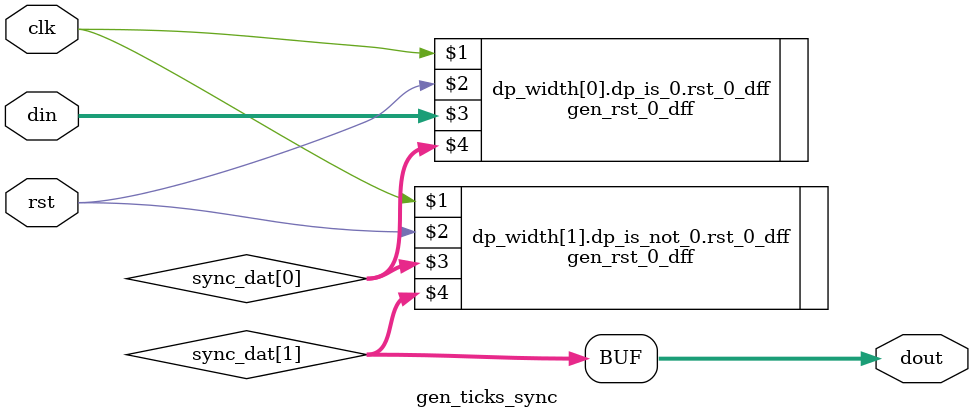
<source format=v>
/*                                                                      
 Copyright 2025 Yusen Wang @yusen.w@qq.com
                                                                         
 Licensed under the Apache License, Version 2.0 (the "License");         
 you may not use this file except in compliance with the License.        
 You may obtain a copy of the License at                                 
                                                                         
     http://www.apache.org/licenses/LICENSE-2.0                          
                                                                         
 Unless required by applicable law or agreed to in writing, software    
 distributed under the License is distributed on an "AS IS" BASIS,       
 WITHOUT WARRANTIES OR CONDITIONS OF ANY KIND, either express or implied.
 See the License for the specific language governing permissions and     
 limitations under the License.                                          
 */

// 将输入打DP拍后输出
module gen_ticks_sync #(
    parameter DP = 2,
    parameter DW = 32)(

    input wire rst,
    input wire clk,

    input wire[DW-1:0] din,
    output wire[DW-1:0] dout

    );

    wire[DW-1:0] sync_dat[DP-1:0];

    genvar i;

    generate 
        for (i = 0; i < DP; i = i + 1) begin: dp_width
            if (i == 0) begin: dp_is_0
                gen_rst_0_dff #(DW) rst_0_dff(clk, rst, din, sync_dat[0]);
            end else begin: dp_is_not_0
                gen_rst_0_dff #(DW) rst_0_dff(clk, rst, sync_dat[i-1], sync_dat[i]);
            end
        end
    endgenerate

    assign dout = sync_dat[DP-1];
  
endmodule

</source>
